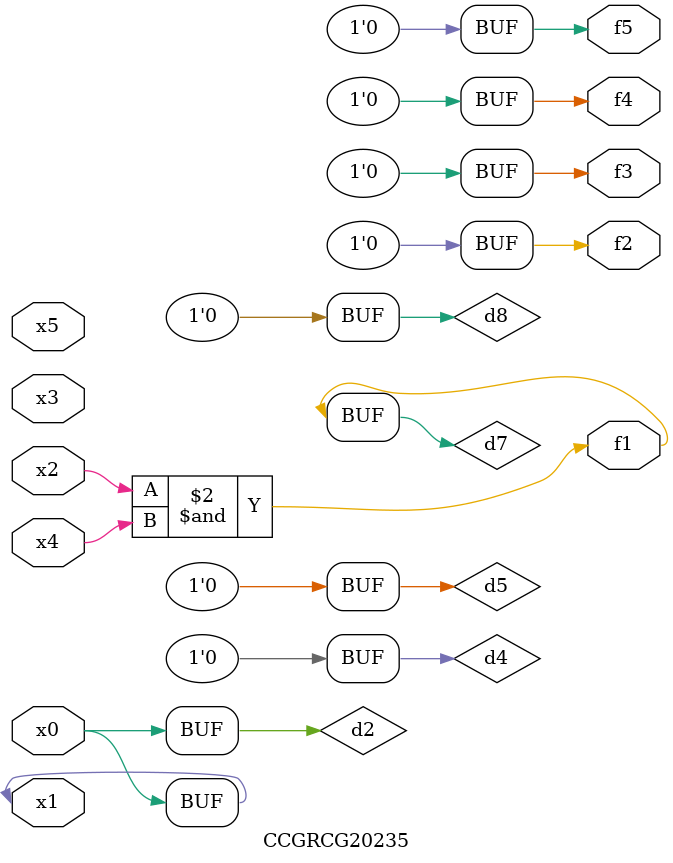
<source format=v>
module CCGRCG20235(
	input x0, x1, x2, x3, x4, x5,
	output f1, f2, f3, f4, f5
);

	wire d1, d2, d3, d4, d5, d6, d7, d8, d9;

	nand (d1, x1);
	buf (d2, x0, x1);
	nand (d3, x2, x4);
	and (d4, d1, d2);
	and (d5, d1, d2);
	nand (d6, d1, d3);
	not (d7, d3);
	xor (d8, d5);
	nor (d9, d5, d6);
	assign f1 = d7;
	assign f2 = d8;
	assign f3 = d8;
	assign f4 = d8;
	assign f5 = d8;
endmodule

</source>
